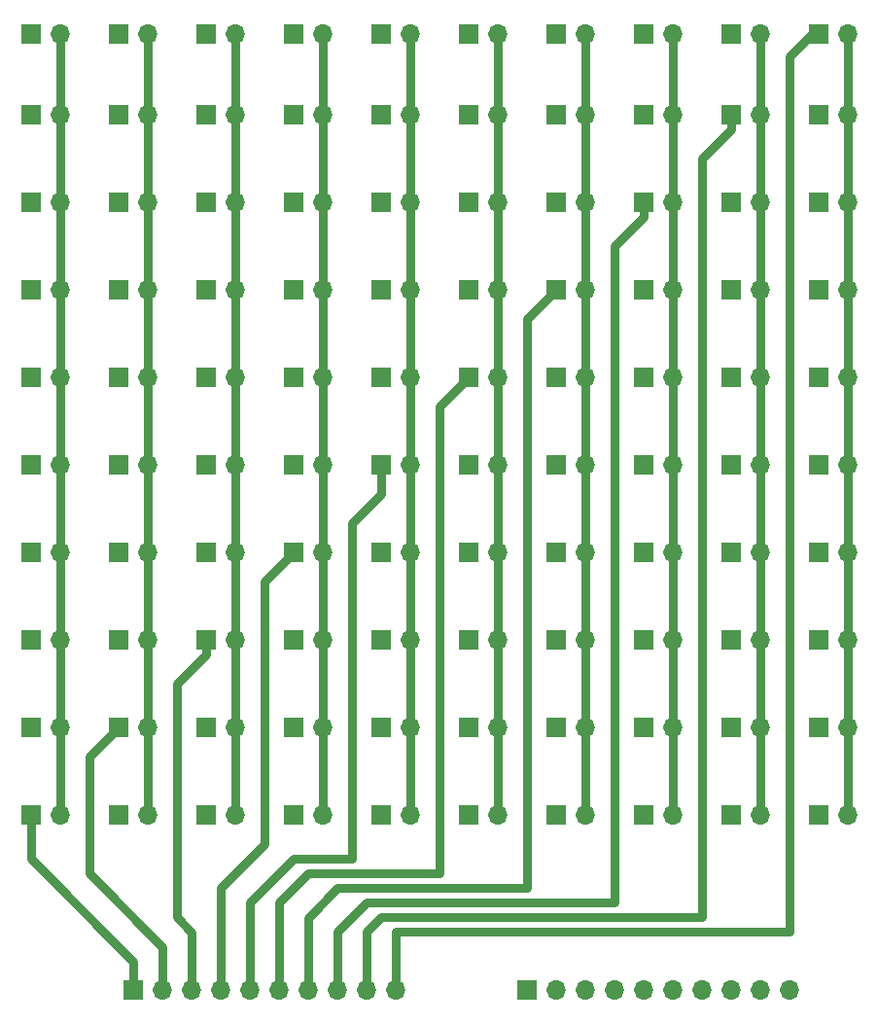
<source format=gbr>
%TF.GenerationSoftware,KiCad,Pcbnew,6.0.11+dfsg-1*%
%TF.CreationDate,2025-10-30T18:07:19+01:00*%
%TF.ProjectId,matrice,6d617472-6963-4652-9e6b-696361645f70,rev?*%
%TF.SameCoordinates,Original*%
%TF.FileFunction,Copper,L2,Bot*%
%TF.FilePolarity,Positive*%
%FSLAX46Y46*%
G04 Gerber Fmt 4.6, Leading zero omitted, Abs format (unit mm)*
G04 Created by KiCad (PCBNEW 6.0.11+dfsg-1) date 2025-10-30 18:07:19*
%MOMM*%
%LPD*%
G01*
G04 APERTURE LIST*
%TA.AperFunction,ComponentPad*%
%ADD10R,1.700000X1.700000*%
%TD*%
%TA.AperFunction,ComponentPad*%
%ADD11O,1.700000X1.700000*%
%TD*%
%TA.AperFunction,Conductor*%
%ADD12C,0.800000*%
%TD*%
G04 APERTURE END LIST*
D10*
%TO.P,REF\u002A\u002A,1*%
%TO.N,N/C*%
X139700000Y-60960000D03*
D11*
%TO.P,REF\u002A\u002A,2*%
X142240000Y-60960000D03*
%TD*%
D10*
%TO.P,REF\u002A\u002A,1*%
%TO.N,N/C*%
X162540000Y-53950000D03*
D11*
%TO.P,REF\u002A\u002A,2*%
X165080000Y-53950000D03*
%TD*%
D10*
%TO.P,REF\u002A\u002A,1*%
%TO.N,N/C*%
X109220000Y-68580000D03*
D11*
%TO.P,REF\u002A\u002A,2*%
X111760000Y-68580000D03*
%TD*%
D10*
%TO.P,REF\u002A\u002A,1*%
%TO.N,N/C*%
X147320000Y-60960000D03*
D11*
%TO.P,REF\u002A\u002A,2*%
X149860000Y-60960000D03*
%TD*%
D10*
%TO.P,REF\u002A\u002A,1*%
%TO.N,N/C*%
X101580000Y-99060000D03*
D11*
%TO.P,REF\u002A\u002A,2*%
X104120000Y-99060000D03*
%TD*%
D10*
%TO.P,REF\u002A\u002A,1*%
%TO.N,N/C*%
X139700000Y-53950000D03*
D11*
%TO.P,REF\u002A\u002A,2*%
X142240000Y-53950000D03*
%TD*%
D10*
%TO.P,REF\u002A\u002A,1*%
%TO.N,N/C*%
X170160000Y-99060000D03*
D11*
%TO.P,REF\u002A\u002A,2*%
X172700000Y-99060000D03*
%TD*%
D10*
%TO.P,REF\u002A\u002A,1*%
%TO.N,N/C*%
X170160000Y-60960000D03*
D11*
%TO.P,REF\u002A\u002A,2*%
X172700000Y-60960000D03*
%TD*%
D10*
%TO.P,REF\u002A\u002A,1*%
%TO.N,N/C*%
X124460000Y-68580000D03*
D11*
%TO.P,REF\u002A\u002A,2*%
X127000000Y-68580000D03*
%TD*%
D10*
%TO.P,REF\u002A\u002A,1*%
%TO.N,N/C*%
X139700000Y-68580000D03*
D11*
%TO.P,REF\u002A\u002A,2*%
X142240000Y-68580000D03*
%TD*%
D10*
%TO.P,REF\u002A\u002A,1*%
%TO.N,N/C*%
X109220000Y-83820000D03*
D11*
%TO.P,REF\u002A\u002A,2*%
X111760000Y-83820000D03*
%TD*%
D10*
%TO.P,REF\u002A\u002A,1*%
%TO.N,N/C*%
X154920000Y-60960000D03*
D11*
%TO.P,REF\u002A\u002A,2*%
X157460000Y-60960000D03*
%TD*%
D10*
%TO.P,REF\u002A\u002A,1*%
%TO.N,N/C*%
X109220000Y-99060000D03*
D11*
%TO.P,REF\u002A\u002A,2*%
X111760000Y-99060000D03*
%TD*%
D10*
%TO.P,REF\u002A\u002A,1*%
%TO.N,N/C*%
X147320000Y-76200000D03*
D11*
%TO.P,REF\u002A\u002A,2*%
X149860000Y-76200000D03*
%TD*%
D10*
%TO.P,REF\u002A\u002A,1*%
%TO.N,N/C*%
X109220000Y-91440000D03*
D11*
%TO.P,REF\u002A\u002A,2*%
X111760000Y-91440000D03*
%TD*%
D10*
%TO.P,REF\u002A\u002A,1*%
%TO.N,N/C*%
X139700000Y-91440000D03*
D11*
%TO.P,REF\u002A\u002A,2*%
X142240000Y-91440000D03*
%TD*%
D10*
%TO.P,REF\u002A\u002A,1*%
%TO.N,N/C*%
X109220000Y-114300000D03*
D11*
%TO.P,REF\u002A\u002A,2*%
X111760000Y-114300000D03*
%TD*%
D10*
%TO.P,REF\u002A\u002A,1*%
%TO.N,N/C*%
X154920000Y-114300000D03*
D11*
%TO.P,REF\u002A\u002A,2*%
X157460000Y-114300000D03*
%TD*%
D10*
%TO.P,REF\u002A\u002A,1*%
%TO.N,N/C*%
X101580000Y-53950000D03*
D11*
%TO.P,REF\u002A\u002A,2*%
X104120000Y-53950000D03*
%TD*%
D10*
%TO.P,REF\u002A\u002A,1*%
%TO.N,N/C*%
X116820000Y-68580000D03*
D11*
%TO.P,REF\u002A\u002A,2*%
X119360000Y-68580000D03*
%TD*%
D10*
%TO.P,REF\u002A\u002A,1*%
%TO.N,N/C*%
X170160000Y-76200000D03*
D11*
%TO.P,REF\u002A\u002A,2*%
X172700000Y-76200000D03*
%TD*%
D10*
%TO.P,REF\u002A\u002A,1*%
%TO.N,N/C*%
X116820000Y-76200000D03*
D11*
%TO.P,REF\u002A\u002A,2*%
X119360000Y-76200000D03*
%TD*%
D10*
%TO.P,REF\u002A\u002A,1*%
%TO.N,N/C*%
X116820000Y-121920000D03*
D11*
%TO.P,REF\u002A\u002A,2*%
X119360000Y-121920000D03*
%TD*%
D10*
%TO.P,REF\u002A\u002A,1*%
%TO.N,N/C*%
X109220000Y-106680000D03*
D11*
%TO.P,REF\u002A\u002A,2*%
X111760000Y-106680000D03*
%TD*%
D10*
%TO.P,REF\u002A\u002A,1*%
%TO.N,N/C*%
X132060000Y-121920000D03*
D11*
%TO.P,REF\u002A\u002A,2*%
X134600000Y-121920000D03*
%TD*%
D10*
%TO.P,REF\u002A\u002A,1*%
%TO.N,N/C*%
X147320000Y-114300000D03*
D11*
%TO.P,REF\u002A\u002A,2*%
X149860000Y-114300000D03*
%TD*%
D10*
%TO.P,REF\u002A\u002A,1*%
%TO.N,N/C*%
X154920000Y-121920000D03*
D11*
%TO.P,REF\u002A\u002A,2*%
X157460000Y-121920000D03*
%TD*%
D10*
%TO.P,REF\u002A\u002A,1*%
%TO.N,N/C*%
X139700000Y-99060000D03*
D11*
%TO.P,REF\u002A\u002A,2*%
X142240000Y-99060000D03*
%TD*%
D10*
%TO.P,REF\u002A\u002A,1*%
%TO.N,N/C*%
X154920000Y-53950000D03*
D11*
%TO.P,REF\u002A\u002A,2*%
X157460000Y-53950000D03*
%TD*%
D10*
%TO.P,REF\u002A\u002A,1*%
%TO.N,N/C*%
X147320000Y-83820000D03*
D11*
%TO.P,REF\u002A\u002A,2*%
X149860000Y-83820000D03*
%TD*%
D10*
%TO.P,REF\u002A\u002A,1*%
%TO.N,N/C*%
X170160000Y-114300000D03*
D11*
%TO.P,REF\u002A\u002A,2*%
X172700000Y-114300000D03*
%TD*%
D10*
%TO.P,REF\u002A\u002A,1*%
%TO.N,N/C*%
X139700000Y-83820000D03*
D11*
%TO.P,REF\u002A\u002A,2*%
X142240000Y-83820000D03*
%TD*%
D10*
%TO.P,REF\u002A\u002A,1*%
%TO.N,N/C*%
X132060000Y-68580000D03*
D11*
%TO.P,REF\u002A\u002A,2*%
X134600000Y-68580000D03*
%TD*%
D10*
%TO.P,REF\u002A\u002A,1*%
%TO.N,N/C*%
X147320000Y-121920000D03*
D11*
%TO.P,REF\u002A\u002A,2*%
X149860000Y-121920000D03*
%TD*%
D10*
%TO.P,REF\u002A\u002A,1*%
%TO.N,N/C*%
X101580000Y-83820000D03*
D11*
%TO.P,REF\u002A\u002A,2*%
X104120000Y-83820000D03*
%TD*%
D10*
%TO.P,REF\u002A\u002A,1*%
%TO.N,N/C*%
X147320000Y-53950000D03*
D11*
%TO.P,REF\u002A\u002A,2*%
X149860000Y-53950000D03*
%TD*%
D10*
%TO.P,REF\u002A\u002A,1*%
%TO.N,N/C*%
X170160000Y-106680000D03*
D11*
%TO.P,REF\u002A\u002A,2*%
X172700000Y-106680000D03*
%TD*%
D10*
%TO.P,REF\u002A\u002A,1*%
%TO.N,N/C*%
X170160000Y-68580000D03*
D11*
%TO.P,REF\u002A\u002A,2*%
X172700000Y-68580000D03*
%TD*%
D10*
%TO.P,REF\u002A\u002A,1*%
%TO.N,N/C*%
X132060000Y-91440000D03*
D11*
%TO.P,REF\u002A\u002A,2*%
X134600000Y-91440000D03*
%TD*%
D10*
%TO.P,REF\u002A\u002A,1*%
%TO.N,N/C*%
X139700000Y-106680000D03*
D11*
%TO.P,REF\u002A\u002A,2*%
X142240000Y-106680000D03*
%TD*%
D10*
%TO.P,REF\u002A\u002A,1*%
%TO.N,N/C*%
X124460000Y-121920000D03*
D11*
%TO.P,REF\u002A\u002A,2*%
X127000000Y-121920000D03*
%TD*%
D10*
%TO.P,REF\u002A\u002A,1*%
%TO.N,N/C*%
X162540000Y-60960000D03*
D11*
%TO.P,REF\u002A\u002A,2*%
X165080000Y-60960000D03*
%TD*%
D10*
%TO.P,REF\u002A\u002A,1*%
%TO.N,N/C*%
X162540000Y-76200000D03*
D11*
%TO.P,REF\u002A\u002A,2*%
X165080000Y-76200000D03*
%TD*%
D10*
%TO.P,REF\u002A\u002A,1*%
%TO.N,N/C*%
X170160000Y-91440000D03*
D11*
%TO.P,REF\u002A\u002A,2*%
X172700000Y-91440000D03*
%TD*%
D10*
%TO.P,REF\u002A\u002A,1*%
%TO.N,N/C*%
X109220000Y-121920000D03*
D11*
%TO.P,REF\u002A\u002A,2*%
X111760000Y-121920000D03*
%TD*%
D10*
%TO.P,REF\u002A\u002A,1*%
%TO.N,N/C*%
X154920000Y-83820000D03*
D11*
%TO.P,REF\u002A\u002A,2*%
X157460000Y-83820000D03*
%TD*%
D10*
%TO.P,REF\u002A\u002A,1*%
%TO.N,N/C*%
X170160000Y-83820000D03*
D11*
%TO.P,REF\u002A\u002A,2*%
X172700000Y-83820000D03*
%TD*%
D10*
%TO.P,REF\u002A\u002A,1*%
%TO.N,N/C*%
X162540000Y-91440000D03*
D11*
%TO.P,REF\u002A\u002A,2*%
X165080000Y-91440000D03*
%TD*%
D10*
%TO.P,REF\u002A\u002A,1*%
%TO.N,N/C*%
X132060000Y-53950000D03*
D11*
%TO.P,REF\u002A\u002A,2*%
X134600000Y-53950000D03*
%TD*%
D10*
%TO.P,REF\u002A\u002A,1*%
%TO.N,N/C*%
X116820000Y-91440000D03*
D11*
%TO.P,REF\u002A\u002A,2*%
X119360000Y-91440000D03*
%TD*%
D10*
%TO.P,REF\u002A\u002A,1*%
%TO.N,N/C*%
X124460000Y-83820000D03*
D11*
%TO.P,REF\u002A\u002A,2*%
X127000000Y-83820000D03*
%TD*%
D10*
%TO.P,REF\u002A\u002A,1*%
%TO.N,N/C*%
X101580000Y-114300000D03*
D11*
%TO.P,REF\u002A\u002A,2*%
X104120000Y-114300000D03*
%TD*%
D10*
%TO.P,REF\u002A\u002A,1*%
%TO.N,N/C*%
X109220000Y-60960000D03*
D11*
%TO.P,REF\u002A\u002A,2*%
X111760000Y-60960000D03*
%TD*%
D10*
%TO.P,REF\u002A\u002A,1*%
%TO.N,N/C*%
X154920000Y-106680000D03*
D11*
%TO.P,REF\u002A\u002A,2*%
X157460000Y-106680000D03*
%TD*%
D10*
%TO.P,REF\u002A\u002A,1*%
%TO.N,N/C*%
X147320000Y-91440000D03*
D11*
%TO.P,REF\u002A\u002A,2*%
X149860000Y-91440000D03*
%TD*%
D10*
%TO.P,REF\u002A\u002A,1*%
%TO.N,N/C*%
X144810000Y-137135000D03*
D11*
%TO.P,REF\u002A\u002A,2*%
X147350000Y-137135000D03*
%TO.P,REF\u002A\u002A,3*%
X149890000Y-137135000D03*
%TO.P,REF\u002A\u002A,4*%
X152430000Y-137135000D03*
%TO.P,REF\u002A\u002A,5*%
X154970000Y-137135000D03*
%TO.P,REF\u002A\u002A,6*%
X157510000Y-137135000D03*
%TO.P,REF\u002A\u002A,7*%
X160050000Y-137135000D03*
%TO.P,REF\u002A\u002A,8*%
X162590000Y-137135000D03*
%TO.P,REF\u002A\u002A,9*%
X165130000Y-137135000D03*
%TO.P,REF\u002A\u002A,10*%
X167670000Y-137135000D03*
%TD*%
D10*
%TO.P,REF\u002A\u002A,1*%
%TO.N,N/C*%
X147320000Y-68580000D03*
D11*
%TO.P,REF\u002A\u002A,2*%
X149860000Y-68580000D03*
%TD*%
D10*
%TO.P,REF\u002A\u002A,1*%
%TO.N,N/C*%
X101580000Y-68580000D03*
D11*
%TO.P,REF\u002A\u002A,2*%
X104120000Y-68580000D03*
%TD*%
D10*
%TO.P,REF\u002A\u002A,1*%
%TO.N,N/C*%
X147320000Y-99060000D03*
D11*
%TO.P,REF\u002A\u002A,2*%
X149860000Y-99060000D03*
%TD*%
D10*
%TO.P,REF\u002A\u002A,1*%
%TO.N,N/C*%
X124460000Y-53950000D03*
D11*
%TO.P,REF\u002A\u002A,2*%
X127000000Y-53950000D03*
%TD*%
D10*
%TO.P,REF\u002A\u002A,1*%
%TO.N,N/C*%
X154920000Y-76200000D03*
D11*
%TO.P,REF\u002A\u002A,2*%
X157460000Y-76200000D03*
%TD*%
D10*
%TO.P,REF\u002A\u002A,1*%
%TO.N,N/C*%
X124460000Y-106680000D03*
D11*
%TO.P,REF\u002A\u002A,2*%
X127000000Y-106680000D03*
%TD*%
D10*
%TO.P,REF\u002A\u002A,1*%
%TO.N,N/C*%
X154920000Y-91440000D03*
D11*
%TO.P,REF\u002A\u002A,2*%
X157460000Y-91440000D03*
%TD*%
D10*
%TO.P,REF\u002A\u002A,1*%
%TO.N,N/C*%
X162540000Y-121920000D03*
D11*
%TO.P,REF\u002A\u002A,2*%
X165080000Y-121920000D03*
%TD*%
D10*
%TO.P,REF\u002A\u002A,1*%
%TO.N,N/C*%
X116820000Y-60960000D03*
D11*
%TO.P,REF\u002A\u002A,2*%
X119360000Y-60960000D03*
%TD*%
D10*
%TO.P,REF\u002A\u002A,1*%
%TO.N,N/C*%
X124460000Y-91440000D03*
D11*
%TO.P,REF\u002A\u002A,2*%
X127000000Y-91440000D03*
%TD*%
D10*
%TO.P,REF\u002A\u002A,1*%
%TO.N,N/C*%
X162540000Y-99060000D03*
D11*
%TO.P,REF\u002A\u002A,2*%
X165080000Y-99060000D03*
%TD*%
D10*
%TO.P,REF\u002A\u002A,1*%
%TO.N,N/C*%
X124460000Y-60960000D03*
D11*
%TO.P,REF\u002A\u002A,2*%
X127000000Y-60960000D03*
%TD*%
D10*
%TO.P,REF\u002A\u002A,1*%
%TO.N,N/C*%
X162540000Y-114300000D03*
D11*
%TO.P,REF\u002A\u002A,2*%
X165080000Y-114300000D03*
%TD*%
D10*
%TO.P,REF\u002A\u002A,1*%
%TO.N,N/C*%
X132060000Y-106680000D03*
D11*
%TO.P,REF\u002A\u002A,2*%
X134600000Y-106680000D03*
%TD*%
D10*
%TO.P,REF\u002A\u002A,1*%
%TO.N,N/C*%
X170160000Y-53950000D03*
D11*
%TO.P,REF\u002A\u002A,2*%
X172700000Y-53950000D03*
%TD*%
D10*
%TO.P,REF\u002A\u002A,1*%
%TO.N,N/C*%
X101580000Y-106680000D03*
D11*
%TO.P,REF\u002A\u002A,2*%
X104120000Y-106680000D03*
%TD*%
D10*
%TO.P,REF\u002A\u002A,1*%
%TO.N,N/C*%
X132060000Y-83820000D03*
D11*
%TO.P,REF\u002A\u002A,2*%
X134600000Y-83820000D03*
%TD*%
D10*
%TO.P,REF\u002A\u002A,1*%
%TO.N,N/C*%
X132060000Y-60960000D03*
D11*
%TO.P,REF\u002A\u002A,2*%
X134600000Y-60960000D03*
%TD*%
D10*
%TO.P,REF\u002A\u002A,1*%
%TO.N,N/C*%
X116820000Y-106680000D03*
D11*
%TO.P,REF\u002A\u002A,2*%
X119360000Y-106680000D03*
%TD*%
D10*
%TO.P,REF\u002A\u002A,1*%
%TO.N,N/C*%
X170160000Y-121920000D03*
D11*
%TO.P,REF\u002A\u002A,2*%
X172700000Y-121920000D03*
%TD*%
D10*
%TO.P,REF\u002A\u002A,1*%
%TO.N,N/C*%
X101580000Y-91440000D03*
D11*
%TO.P,REF\u002A\u002A,2*%
X104120000Y-91440000D03*
%TD*%
D10*
%TO.P,REF\u002A\u002A,1*%
%TO.N,N/C*%
X116820000Y-114300000D03*
D11*
%TO.P,REF\u002A\u002A,2*%
X119360000Y-114300000D03*
%TD*%
D10*
%TO.P,REF\u002A\u002A,1*%
%TO.N,N/C*%
X139700000Y-114300000D03*
D11*
%TO.P,REF\u002A\u002A,2*%
X142240000Y-114300000D03*
%TD*%
D10*
%TO.P,REF\u002A\u002A,1*%
%TO.N,N/C*%
X162540000Y-106680000D03*
D11*
%TO.P,REF\u002A\u002A,2*%
X165080000Y-106680000D03*
%TD*%
D10*
%TO.P,REF\u002A\u002A,1*%
%TO.N,N/C*%
X124460000Y-99060000D03*
D11*
%TO.P,REF\u002A\u002A,2*%
X127000000Y-99060000D03*
%TD*%
D10*
%TO.P,REF\u002A\u002A,1*%
%TO.N,N/C*%
X101580000Y-121920000D03*
D11*
%TO.P,REF\u002A\u002A,2*%
X104120000Y-121920000D03*
%TD*%
D10*
%TO.P,REF\u002A\u002A,1*%
%TO.N,N/C*%
X132060000Y-99060000D03*
D11*
%TO.P,REF\u002A\u002A,2*%
X134600000Y-99060000D03*
%TD*%
D10*
%TO.P,REF\u002A\u002A,1*%
%TO.N,N/C*%
X132060000Y-114300000D03*
D11*
%TO.P,REF\u002A\u002A,2*%
X134600000Y-114300000D03*
%TD*%
D10*
%TO.P,REF\u002A\u002A,1*%
%TO.N,N/C*%
X109220000Y-76200000D03*
D11*
%TO.P,REF\u002A\u002A,2*%
X111760000Y-76200000D03*
%TD*%
D10*
%TO.P,REF\u002A\u002A,1*%
%TO.N,N/C*%
X139700000Y-121920000D03*
D11*
%TO.P,REF\u002A\u002A,2*%
X142240000Y-121920000D03*
%TD*%
D10*
%TO.P,REF\u002A\u002A,1*%
%TO.N,N/C*%
X162540000Y-68580000D03*
D11*
%TO.P,REF\u002A\u002A,2*%
X165080000Y-68580000D03*
%TD*%
D10*
%TO.P,REF\u002A\u002A,1*%
%TO.N,N/C*%
X101580000Y-60960000D03*
D11*
%TO.P,REF\u002A\u002A,2*%
X104120000Y-60960000D03*
%TD*%
D10*
%TO.P,REF\u002A\u002A,1*%
%TO.N,N/C*%
X162540000Y-83820000D03*
D11*
%TO.P,REF\u002A\u002A,2*%
X165080000Y-83820000D03*
%TD*%
D10*
%TO.P,REF\u002A\u002A,1*%
%TO.N,N/C*%
X147320000Y-106680000D03*
D11*
%TO.P,REF\u002A\u002A,2*%
X149860000Y-106680000D03*
%TD*%
D10*
%TO.P,REF\u002A\u002A,1*%
%TO.N,N/C*%
X110520000Y-137135000D03*
D11*
%TO.P,REF\u002A\u002A,2*%
X113060000Y-137135000D03*
%TO.P,REF\u002A\u002A,3*%
X115600000Y-137135000D03*
%TO.P,REF\u002A\u002A,4*%
X118140000Y-137135000D03*
%TO.P,REF\u002A\u002A,5*%
X120680000Y-137135000D03*
%TO.P,REF\u002A\u002A,6*%
X123220000Y-137135000D03*
%TO.P,REF\u002A\u002A,7*%
X125760000Y-137135000D03*
%TO.P,REF\u002A\u002A,8*%
X128300000Y-137135000D03*
%TO.P,REF\u002A\u002A,9*%
X130840000Y-137135000D03*
%TO.P,REF\u002A\u002A,10*%
X133380000Y-137135000D03*
%TD*%
D10*
%TO.P,REF\u002A\u002A,1*%
%TO.N,N/C*%
X116820000Y-99060000D03*
D11*
%TO.P,REF\u002A\u002A,2*%
X119360000Y-99060000D03*
%TD*%
D10*
%TO.P,REF\u002A\u002A,1*%
%TO.N,N/C*%
X101580000Y-76200000D03*
D11*
%TO.P,REF\u002A\u002A,2*%
X104120000Y-76200000D03*
%TD*%
D10*
%TO.P,REF\u002A\u002A,1*%
%TO.N,N/C*%
X109220000Y-53950000D03*
D11*
%TO.P,REF\u002A\u002A,2*%
X111760000Y-53950000D03*
%TD*%
D10*
%TO.P,REF\u002A\u002A,1*%
%TO.N,N/C*%
X154920000Y-68580000D03*
D11*
%TO.P,REF\u002A\u002A,2*%
X157460000Y-68580000D03*
%TD*%
D10*
%TO.P,REF\u002A\u002A,1*%
%TO.N,N/C*%
X116820000Y-53950000D03*
D11*
%TO.P,REF\u002A\u002A,2*%
X119360000Y-53950000D03*
%TD*%
D10*
%TO.P,REF\u002A\u002A,1*%
%TO.N,N/C*%
X139700000Y-76200000D03*
D11*
%TO.P,REF\u002A\u002A,2*%
X142240000Y-76200000D03*
%TD*%
D10*
%TO.P,REF\u002A\u002A,1*%
%TO.N,N/C*%
X124460000Y-76200000D03*
D11*
%TO.P,REF\u002A\u002A,2*%
X127000000Y-76200000D03*
%TD*%
D10*
%TO.P,REF\u002A\u002A,1*%
%TO.N,N/C*%
X116820000Y-83820000D03*
D11*
%TO.P,REF\u002A\u002A,2*%
X119360000Y-83820000D03*
%TD*%
D10*
%TO.P,REF\u002A\u002A,1*%
%TO.N,N/C*%
X124460000Y-114300000D03*
D11*
%TO.P,REF\u002A\u002A,2*%
X127000000Y-114300000D03*
%TD*%
D10*
%TO.P,REF\u002A\u002A,1*%
%TO.N,N/C*%
X132060000Y-76200000D03*
D11*
%TO.P,REF\u002A\u002A,2*%
X134600000Y-76200000D03*
%TD*%
D10*
%TO.P,REF\u002A\u002A,1*%
%TO.N,N/C*%
X154920000Y-99060000D03*
D11*
%TO.P,REF\u002A\u002A,2*%
X157460000Y-99060000D03*
%TD*%
D12*
%TO.N,*%
X132080000Y-130810000D02*
X130840000Y-132050000D01*
X104120000Y-83820000D02*
X104120000Y-76200000D01*
X118140000Y-128240000D02*
X118140000Y-137135000D01*
X109220000Y-114300000D02*
X106680000Y-116840000D01*
X125730000Y-127000000D02*
X123220000Y-129510000D01*
X149860000Y-83820000D02*
X149860000Y-68580000D01*
X169570000Y-53950000D02*
X167640000Y-55880000D01*
X123220000Y-129510000D02*
X123220000Y-137135000D01*
X119360000Y-83820000D02*
X119360000Y-68580000D01*
X121920000Y-101600000D02*
X121920000Y-124460000D01*
X127000000Y-60960000D02*
X127000000Y-68580000D01*
X160020000Y-130810000D02*
X132080000Y-130810000D01*
X172700000Y-54184000D02*
X172466000Y-53950000D01*
X101580000Y-125710000D02*
X110520000Y-134650000D01*
X142240000Y-83820000D02*
X142240000Y-68580000D01*
X111760000Y-106680000D02*
X111760000Y-83820000D01*
X149860000Y-68580000D02*
X149860000Y-60960000D01*
X142240000Y-68580000D02*
X142240000Y-60960000D01*
X165080000Y-54184000D02*
X164846000Y-53950000D01*
X104120000Y-121920000D02*
X104120000Y-114300000D01*
X133350000Y-132080000D02*
X133380000Y-132110000D01*
X160020000Y-64770000D02*
X160020000Y-130810000D01*
X134600000Y-68580000D02*
X134600000Y-60960000D01*
X157460000Y-68580000D02*
X157460000Y-60960000D01*
X111760000Y-121920000D02*
X111760000Y-106680000D01*
X113060000Y-133380000D02*
X113060000Y-137135000D01*
X172700000Y-121920000D02*
X172700000Y-106680000D01*
X104120000Y-68580000D02*
X104120000Y-60960000D01*
X111760000Y-76200000D02*
X111760000Y-68580000D01*
X116820000Y-107970000D02*
X114300000Y-110490000D01*
X152400000Y-72390000D02*
X152400000Y-129540000D01*
X111760000Y-83820000D02*
X111760000Y-76200000D01*
X129540000Y-96520000D02*
X129540000Y-125730000D01*
X142240000Y-60960000D02*
X142240000Y-53950000D01*
X139700000Y-83820000D02*
X137160000Y-86360000D01*
X120680000Y-129510000D02*
X120680000Y-137135000D01*
X144780000Y-78740000D02*
X144780000Y-128270000D01*
X142240000Y-121920000D02*
X142240000Y-106680000D01*
X134600000Y-60960000D02*
X134600000Y-53950000D01*
X125760000Y-130840000D02*
X125760000Y-137135000D01*
X127000000Y-121920000D02*
X127000000Y-106680000D01*
X132060000Y-91440000D02*
X132060000Y-94000000D01*
X144780000Y-128270000D02*
X128330000Y-128270000D01*
X134600000Y-83820000D02*
X134600000Y-68580000D01*
X157460000Y-60960000D02*
X157460000Y-53950000D01*
X106680000Y-127000000D02*
X113060000Y-133380000D01*
X127000000Y-83820000D02*
X127000000Y-68580000D01*
X165080000Y-68580000D02*
X165080000Y-60960000D01*
X172700000Y-68580000D02*
X172700000Y-60960000D01*
X172700000Y-106680000D02*
X172700000Y-68580000D01*
X167640000Y-132080000D02*
X133350000Y-132080000D01*
X119360000Y-121920000D02*
X119360000Y-106680000D01*
X149860000Y-60960000D02*
X149860000Y-53950000D01*
X134600000Y-106680000D02*
X134600000Y-83820000D01*
X165080000Y-106680000D02*
X165080000Y-68580000D01*
X104120000Y-54184000D02*
X103886000Y-53950000D01*
X104120000Y-99060000D02*
X104120000Y-91440000D01*
X162540000Y-60960000D02*
X162540000Y-62250000D01*
X165080000Y-60960000D02*
X165080000Y-54184000D01*
X127000000Y-60960000D02*
X127000000Y-53950000D01*
X128300000Y-132050000D02*
X128300000Y-137135000D01*
X142240000Y-106680000D02*
X142240000Y-83820000D01*
X124460000Y-99060000D02*
X121920000Y-101600000D01*
X149860000Y-106680000D02*
X149860000Y-83820000D01*
X167640000Y-55880000D02*
X167640000Y-132080000D01*
X165080000Y-121920000D02*
X165080000Y-106680000D01*
X157460000Y-121920000D02*
X157460000Y-106680000D01*
X119360000Y-60960000D02*
X119360000Y-53950000D01*
X170160000Y-53950000D02*
X169570000Y-53950000D01*
X154920000Y-69870000D02*
X152400000Y-72390000D01*
X130810000Y-129540000D02*
X128300000Y-132050000D01*
X106680000Y-116840000D02*
X106680000Y-127000000D01*
X114300000Y-130810000D02*
X115600000Y-132110000D01*
X104120000Y-60960000D02*
X104120000Y-54184000D01*
X111760000Y-60960000D02*
X111760000Y-53950000D01*
X130840000Y-132050000D02*
X130840000Y-137135000D01*
X121920000Y-124460000D02*
X118140000Y-128240000D01*
X154920000Y-68580000D02*
X154920000Y-69870000D01*
X104120000Y-91440000D02*
X104120000Y-83820000D01*
X124460000Y-125730000D02*
X120680000Y-129510000D01*
X137160000Y-127000000D02*
X125730000Y-127000000D01*
X104120000Y-106680000D02*
X104120000Y-99060000D01*
X119360000Y-106680000D02*
X119360000Y-83820000D01*
X134600000Y-121920000D02*
X134600000Y-106680000D01*
X133380000Y-132110000D02*
X133380000Y-137135000D01*
X129540000Y-125730000D02*
X124460000Y-125730000D01*
X111760000Y-60960000D02*
X111760000Y-68580000D01*
X101580000Y-121920000D02*
X101580000Y-125710000D01*
X137160000Y-86360000D02*
X137160000Y-127000000D01*
X162540000Y-62250000D02*
X160020000Y-64770000D01*
X172700000Y-60960000D02*
X172700000Y-54184000D01*
X149860000Y-121920000D02*
X149860000Y-106680000D01*
X110520000Y-134650000D02*
X110520000Y-137135000D01*
X152400000Y-129540000D02*
X130810000Y-129540000D01*
X114300000Y-110490000D02*
X114300000Y-130810000D01*
X104120000Y-114300000D02*
X104120000Y-106680000D01*
X132060000Y-94000000D02*
X129540000Y-96520000D01*
X119360000Y-60960000D02*
X119360000Y-68580000D01*
X127000000Y-106680000D02*
X127000000Y-83820000D01*
X157460000Y-106680000D02*
X157460000Y-68580000D01*
X147320000Y-76200000D02*
X144780000Y-78740000D01*
X115600000Y-132110000D02*
X115600000Y-137135000D01*
X128330000Y-128270000D02*
X125760000Y-130840000D01*
X116820000Y-106680000D02*
X116820000Y-107970000D01*
X104120000Y-76200000D02*
X104120000Y-68580000D01*
%TD*%
M02*

</source>
